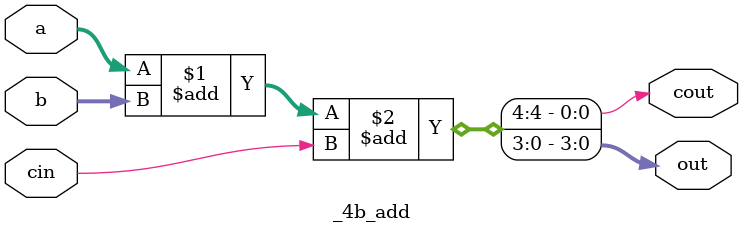
<source format=v>
module _4b_add (
    input [3:0] a, b, 
    input cin, 
    output [3:0] out,
    output cout
);

    assign {cout, out} = a + b + cin; // Assign the most significant bit of intermediate sum to cout
    
endmodule
</source>
